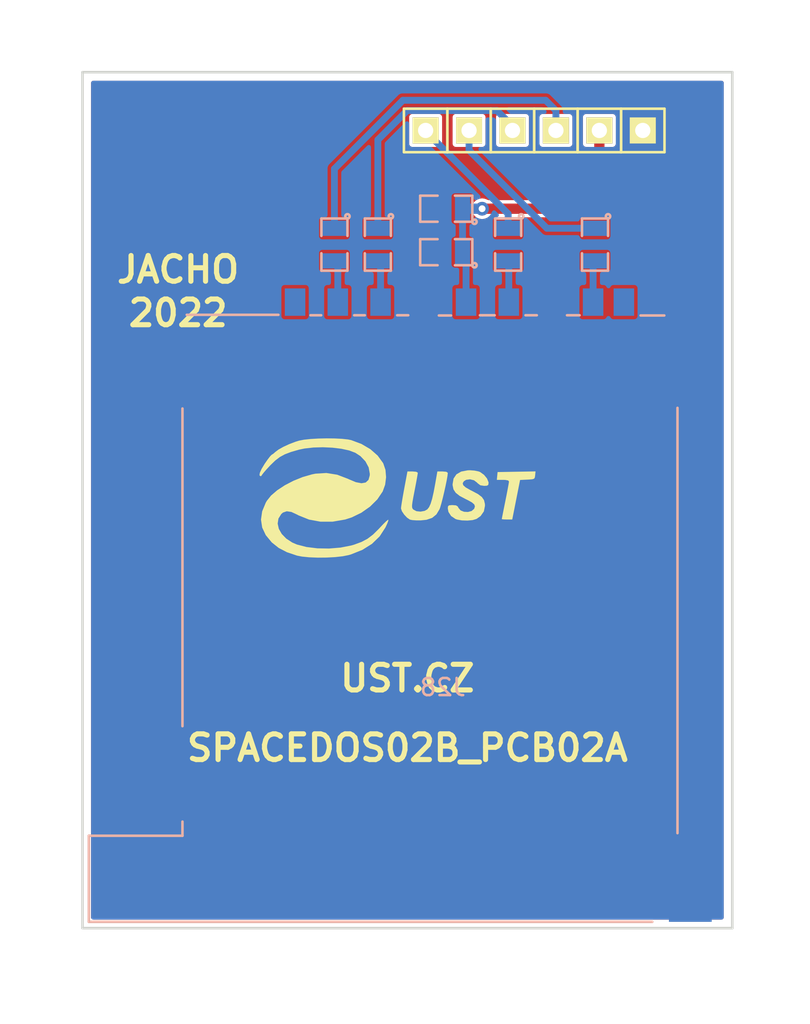
<source format=kicad_pcb>
(kicad_pcb (version 20210925) (generator pcbnew)
  (title_block (title "NAME") (date "%d. %m. %Y") (rev "REV") (company "Mlab www.mlab.cz") (comment 1 "VERSION") (comment 2 "Short description\\nTwo lines are maximum") (comment 3 "nickname <email@example.com>"))
  (layers (0 "F.Cu" signal) (31 "B.Cu" signal) (34 "B.Paste" user) (36 "B.SilkS" user "B.Silkscreen") (37 "F.SilkS" user "F.Silkscreen") (38 "B.Mask" user) (39 "F.Mask" user) (44 "Edge.Cuts" user))
  (net 0 "")
  (net 1 "GND")
  (net 2 "/cpu/SD_VDD3")
  (net 3 "Net-(J28-Pad1)")
  (net 4 "Net-(J28-Pad2)")
  (net 5 "Net-(J28-Pad5)")
  (net 6 "Net-(J28-Pad7)")
  (net 7 "Net-(J21-Pad1)")
  (net 8 "Net-(J23-Pad1)")
  (net 9 "Net-(J25-Pad1)")
  (net 10 "Net-(J26-Pad1)")
  (footprint "Mlab_Pin_Headers:Straight_1x01" (layer "F.Cu") (at 27.686 -196.596)
    (fp_text reference "J21" hide)
    (fp_text value "HEADER_1x01" hide)
    (fp_line (start 1.27 -1.27) (end 1.27 1.27) (layer "F.SilkS") (width 0.15))
    (fp_line (start 1.27 1.27) (end -1.27 1.27) (layer "F.SilkS") (width 0.15))
    (fp_line (start -1.27 -1.27) (end 1.27 -1.27) (layer "F.SilkS") (width 0.15))
    (fp_line (start -1.27 1.27) (end -1.27 -1.27) (layer "F.SilkS") (width 0.15))
    (pad "1" thru_hole rect locked (at 0 0) (size 1.524 1.524) (drill 0.889) (layers *.Cu *.Mask "F.SilkS") (net 7 "Net-(J21-Pad1)"))
  )
  (footprint "Mlab_Pin_Headers:Straight_1x01" (layer "F.Cu") (at 25.146 -196.596)
    (fp_text reference "J23" hide)
    (fp_text value "HEADER_1x01" hide)
    (fp_line (start 1.27 -1.27) (end 1.27 1.27) (layer "F.SilkS") (width 0.15))
    (fp_line (start 1.27 1.27) (end -1.27 1.27) (layer "F.SilkS") (width 0.15))
    (fp_line (start -1.27 1.27) (end -1.27 -1.27) (layer "F.SilkS") (width 0.15))
    (fp_line (start -1.27 -1.27) (end 1.27 -1.27) (layer "F.SilkS") (width 0.15))
    (pad "1" thru_hole rect locked (at 0 0) (size 1.524 1.524) (drill 0.889) (layers *.Cu *.Mask "F.SilkS") (net 8 "Net-(J23-Pad1)"))
  )
  (footprint "Mlab_Pin_Headers:Straight_1x01" (layer "F.Cu") (at 30.226 -196.596)
    (fp_text reference "J24" hide)
    (fp_text value "HEADER_1x01" hide)
    (fp_line (start 1.27 1.27) (end -1.27 1.27) (layer "F.SilkS") (width 0.15))
    (fp_line (start -1.27 1.27) (end -1.27 -1.27) (layer "F.SilkS") (width 0.15))
    (fp_line (start 1.27 -1.27) (end 1.27 1.27) (layer "F.SilkS") (width 0.15))
    (fp_line (start -1.27 -1.27) (end 1.27 -1.27) (layer "F.SilkS") (width 0.15))
    (pad "1" thru_hole rect locked (at 0 0) (size 1.524 1.524) (drill 0.889) (layers *.Cu *.Mask "F.SilkS") (net 2 "/cpu/SD_VDD3"))
  )
  (footprint "Mlab_Pin_Headers:Straight_1x01" (layer "F.Cu") (at 20.066 -196.596)
    (fp_text reference "J25" hide)
    (fp_text value "HEADER_1x01" hide)
    (fp_line (start 1.27 -1.27) (end 1.27 1.27) (layer "F.SilkS") (width 0.15))
    (fp_line (start -1.27 1.27) (end -1.27 -1.27) (layer "F.SilkS") (width 0.15))
    (fp_line (start 1.27 1.27) (end -1.27 1.27) (layer "F.SilkS") (width 0.15))
    (fp_line (start -1.27 -1.27) (end 1.27 -1.27) (layer "F.SilkS") (width 0.15))
    (pad "1" thru_hole rect locked (at 0 0) (size 1.524 1.524) (drill 0.889) (layers *.Cu *.Mask "F.SilkS") (net 9 "Net-(J25-Pad1)"))
  )
  (footprint "Mlab_Pin_Headers:Straight_1x01" (layer "F.Cu") (at 22.606 -196.596)
    (fp_text reference "J26" hide)
    (fp_text value "HEADER_1x01" hide)
    (fp_line (start -1.27 -1.27) (end 1.27 -1.27) (layer "F.SilkS") (width 0.15))
    (fp_line (start 1.27 -1.27) (end 1.27 1.27) (layer "F.SilkS") (width 0.15))
    (fp_line (start 1.27 1.27) (end -1.27 1.27) (layer "F.SilkS") (width 0.15))
    (fp_line (start -1.27 1.27) (end -1.27 -1.27) (layer "F.SilkS") (width 0.15))
    (pad "1" thru_hole rect locked (at 0 0) (size 1.524 1.524) (drill 0.889) (layers *.Cu *.Mask "F.SilkS") (net 10 "Net-(J26-Pad1)"))
  )
  (footprint "Mlab_Pin_Headers:Straight_1x01" (layer "F.Cu") (at 32.766 -196.596 90)
    (fp_text reference "J27" hide)
    (fp_text value "HEADER_1x01" hide)
    (fp_line (start -1.27 -1.27) (end 1.27 -1.27) (layer "F.SilkS") (width 0.15))
    (fp_line (start 1.27 1.27) (end -1.27 1.27) (layer "F.SilkS") (width 0.15))
    (fp_line (start 1.27 -1.27) (end 1.27 1.27) (layer "F.SilkS") (width 0.15))
    (fp_line (start -1.27 1.27) (end -1.27 -1.27) (layer "F.SilkS") (width 0.15))
    (pad "1" thru_hole rect locked (at 0 0 90) (size 1.524 1.524) (drill 0.889) (layers *.Cu *.Mask "F.SilkS") (net 1 "GND"))
  )
  (footprint "MLAB_LOGA:UST" (layer "F.Cu") (at 18.415 -175.133)
    (fp_text reference "G***" hide)
    (fp_text value "LOGO" hide)
    (fp_poly (pts (xy 8.0561 -1.317413) (xy 8.038441 -1.19093) (xy 7.993503 -1.12038) (xy 7.886911 -1.086698) (xy 7.684292 -1.070824) (xy 7.604388 -1.066912) (xy 7.174797 -1.046255) (xy 6.716785 1.262983) (xy 6.410603 1.262983) (xy 6.225555 1.258044) (xy 6.116646 1.245588) (xy 6.10442 1.238847) (xy 6.117613 1.165323) (xy 6.153968 0.978702) (xy 6.208653 0.703399) (xy 6.276837 0.36383) (xy 6.314917 0.175414) (xy 6.388587 -0.194312) (xy 6.451004 -0.518996) (xy 6.49723 -0.772036) (xy 6.522325 -0.926832) (xy 6.525415 -0.958185) (xy 6.473485 -1.019739) (xy 6.307335 -1.048825) (xy 6.17014 -1.052486) (xy 5.814866 -1.052486) (xy 5.85884 -1.508564) (xy 6.968531 -1.52791) (xy 8.078221 -1.547257)) (layer "F.SilkS") (width 0) (fill solid))
    (fp_poly (pts (xy -3.671127 -3.472105) (xy -3.241105 -3.450738) (xy -2.889106 -3.412797) (xy -2.701381 -3.374326) (xy -2.103112 -3.150879) (xy -1.58089 -2.84486) (xy -1.153752 -2.470113) (xy -0.840737 -2.040481) (xy -0.823624 -2.008771) (xy -0.696858 -1.636665) (xy -0.661401 -1.207662) (xy -0.716184 -0.770504) (xy -0.859416 -0.375318) (xy -1.172948 0.08768) (xy -1.597494 0.508234) (xy -2.105449 0.86575) (xy -2.669209 1.139633) (xy -3.057151 1.264247) (xy -3.789439 1.390263) (xy -4.497401 1.39116) (xy -5.165772 1.268507) (xy -5.779285 1.023871) (xy -5.867381 0.975763) (xy -6.201942 0.821743) (xy -6.470756 0.781989) (xy -6.688743 0.85594) (xy -6.788818 0.941091) (xy -6.95658 1.206866) (xy -7.001948 1.502104) (xy -6.934404 1.80829) (xy -6.763428 2.106909) (xy -6.498501 2.379445) (xy -6.149105 2.607384) (xy -5.875384 2.724912) (xy -5.316148 2.869321) (xy -4.676266 2.947241) (xy -3.99871 2.958605) (xy -3.326453 2.903345) (xy -2.702464 2.781394) (xy -2.525967 2.73017) (xy -2.101603 2.57435) (xy -1.750527 2.388951) (xy -1.428243 2.144663) (xy -1.090251 1.812181) (xy -1.025291 1.741779) (xy -0.826064 1.530816) (xy -0.662182 1.370973) (xy -0.555515 1.282833) (xy -0.527552 1.273368) (xy -0.537839 1.349691) (xy -0.600234 1.514184) (xy -0.699531 1.727723) (xy -1.036764 2.248129) (xy -1.485984 2.684535) (xy -2.046229 3.036216) (xy -2.716534 3.302446) (xy -2.841712 3.339253) (xy -3.194967 3.410462) (xy -3.643085 3.459697) (xy -4.146187 3.486515) (xy -4.664391 3.490473) (xy -5.157819 3.471126) (xy -5.586591 3.428032) (xy -5.86852 3.372913) (xy -6.459511 3.174893) (xy -6.941262 2.924435) (xy -7.339324 2.608148) (xy -7.352521 2.595262) (xy -7.699748 2.174693) (xy -7.908343 1.732567) (xy -7.978208 1.269723) (xy -7.909244 0.786997) (xy -7.701352 0.285228) (xy -7.637539 0.173332) (xy -7.389965 -0.136231) (xy -7.029583 -0.445019) (xy -6.583202 -0.738089) (xy -6.077628 -1.000499) (xy -5.539669 -1.217307) (xy -4.996132 -1.373572) (xy -4.78806 -1.414941) (xy -4.154496 -1.454071) (xy -3.521989 -1.353559) (xy -2.888632 -1.113088) (xy -2.841712 -1.08974) (xy -2.432257 -0.917813) (xy -2.101922 -0.854517) (xy -1.85395 -0.899016) (xy -1.691582 -1.050472) (xy -1.61806 -1.308048) (xy -1.613812 -1.4068) (xy -1.680893 -1.780399) (xy -1.870045 -2.133521) (xy -2.163126 -2.43984) (xy -2.458458 -2.63259) (xy -2.815105 -2.767999) (xy -3.273422 -2.868635) (xy -3.798644 -2.932556) (xy -4.356005 -2.957821) (xy -4.910739 -2.942487) (xy -5.428079 -2.884612) (xy -5.753591 -2.816641) (xy -6.217135 -2.683625) (xy -6.578862 -2.546847) (xy -6.876262 -2.385648) (xy -7.146829 -2.179367) (xy -7.428053 -1.907343) (xy -7.45511 -1.87899) (xy -7.657014 -1.660749) (xy -7.816054 -1.478126) (xy -7.911141 -1.355942) (xy -7.928729 -1.321617) (xy -7.982452 -1.26462) (xy -7.998895 -1.262984) (xy -8.066773 -1.314351) (xy -8.047252 -1.460733) (xy -7.944205 -1.690551) (xy -7.761503 -1.992225) (xy -7.748483 -2.011774) (xy -7.591224 -2.237098) (xy -7.456528 -2.412619) (xy -7.367669 -2.50853) (xy -7.3538 -2.517196) (xy -7.251384 -2.58349) (xy -7.145967 -2.677237) (xy -6.95458 -2.821842) (xy -6.666835 -2.982961) (xy -6.322175 -3.141733) (xy -5.960042 -3.279298) (xy -5.753591 -3.343035) (xy -5.464019 -3.399094) (xy -5.075616 -3.440394) (xy -4.623753 -3.466571) (xy -4.1438 -3.477262)) (layer "F.SilkS") (width 0) (fill solid))
    (fp_poly (pts (xy 1.094448 -1.525609) (xy 1.189027 -1.4757) (xy 1.192818 -1.459979) (xy 1.179859 -1.363787) (xy 1.144294 -1.157448) (xy 1.091089 -0.868415) (xy 1.025211 -0.524137) (xy 1.002398 -0.407464) (xy 0.927955 -0.022899) (xy 0.880231 0.248131) (xy 0.857705 0.429553) (xy 0.858857 0.545293) (xy 0.882166 0.619277) (xy 0.926113 0.675432) (xy 0.933143 0.682551) (xy 1.113734 0.77747) (xy 1.354602 0.802513) (xy 1.594828 0.75854) (xy 1.749239 0.671014) (xy 1.850526 0.543423) (xy 1.942618 0.344014) (xy 2.030845 0.055538) (xy 2.120536 -0.339256) (xy 2.211245 -0.824448) (xy 2.336908 -1.543647) (xy 2.641935 -1.543647) (xy 2.854822 -1.525767) (xy 2.943043 -1.469758) (xy 2.946962 -1.448047) (xy 2.929971 -1.289566) (xy 2.884307 -1.030483) (xy 2.817927 -0.705662) (xy 2.738791 -0.349968) (xy 2.654858 0.001735) (xy 2.574087 0.314584) (xy 2.504436 0.553715) (xy 2.465487 0.661021) (xy 2.281511 0.965367) (xy 2.033528 1.167538) (xy 1.700145 1.280273) (xy 1.368542 1.314265) (xy 1.098834 1.314258) (xy 0.868725 1.297595) (xy 0.731018 1.268767) (xy 0.563575 1.154693) (xy 0.395795 0.976908) (xy 0.265519 0.78294) (xy 0.210592 0.620317) (xy 0.210498 0.615046) (xy 0.22302 0.495845) (xy 0.257426 0.267887) (xy 0.308977 -0.039803) (xy 0.372932 -0.398198) (xy 0.398689 -0.537305) (xy 0.58688 -1.543647) (xy 0.889849 -1.543647)) (layer "F.SilkS") (width 0) (fill solid))
    (fp_poly (pts (xy 4.506066 -1.595024) (xy 4.741096 -1.547014) (xy 4.838726 -1.509966) (xy 5.067113 -1.345237) (xy 5.241747 -1.132836) (xy 5.328591 -0.917029) (xy 5.332597 -0.86761) (xy 5.313917 -0.75743) (xy 5.231209 -0.710638) (xy 5.072111 -0.701658) (xy 4.850918 -0.735267) (xy 4.688733 -0.857399) (xy 4.660565 -0.891105) (xy 4.47736 -1.028626) (xy 4.245339 -1.084932) (xy 4.019492 -1.054121) (xy 3.890619 -0.973728) (xy 3.819293 -0.85793) (xy 3.850195 -0.741356) (xy 3.993045 -0.612636) (xy 4.257562 -0.460401) (xy 4.382199 -0.398731) (xy 4.7186 -0.21918) (xy 4.939601 -0.050574) (xy 5.06574 0.130985) (xy 5.117555 0.349393) (xy 5.1221 0.462227) (xy 5.056679 0.789924) (xy 4.866842 1.06115) (xy 4.628229 1.229302) (xy 4.40129 1.297267) (xy 4.097393 1.326097) (xy 3.774384 1.315651) (xy 3.49011 1.265786) (xy 3.3945 1.232326) (xy 3.13971 1.059168) (xy 2.98432 0.819307) (xy 2.946962 0.615879) (xy 2.959531 0.491007) (xy 3.02382 0.435296) (xy 3.179702 0.421232) (xy 3.229361 0.420994) (xy 3.423536 0.436498) (xy 3.527796 0.498765) (xy 3.575982 0.589909) (xy 3.697062 0.73242) (xy 3.896239 0.810828) (xy 4.125768 0.823121) (xy 4.337898 0.767289) (xy 4.484881 0.641319) (xy 4.492207 0.628503) (xy 4.533926 0.497908) (xy 4.494454 0.382588) (xy 4.358143 0.265064) (xy 4.109345 0.127859) (xy 3.994806 0.072897) (xy 3.643027 -0.113965) (xy 3.410631 -0.296763) (xy 3.278966 -0.496738) (xy 3.229383 -0.735126) (xy 3.227625 -0.800756) (xy 3.284602 -1.130251) (xy 3.453266 -1.37673) (xy 3.730219 -1.537478) (xy 4.11206 -1.609776) (xy 4.245028 -1.613812)) (layer "F.SilkS") (width 0) (fill solid))
  )
  (footprint "Mlab_R:SMD-0805" (layer "B.Cu") (at 21.2725 -192.024 180)
    (fp_text reference "C33")
    (fp_text value "10uF")
    (fp_line (start 0.508 0.762) (end 1.524 0.762) (layer "B.SilkS") (width 0.15))
    (fp_line (start 1.524 0.762) (end 1.524 -0.762) (layer "B.SilkS") (width 0.15))
    (fp_line (start -1.524 -0.762) (end -1.524 0.762) (layer "B.SilkS") (width 0.15))
    (fp_line (start -0.508 -0.762) (end -1.524 -0.762) (layer "B.SilkS") (width 0.15))
    (fp_line (start -1.524 0.762) (end -0.508 0.762) (layer "B.SilkS") (width 0.15))
    (fp_line (start 1.524 -0.762) (end 0.508 -0.762) (layer "B.SilkS") (width 0.15))
    (fp_circle (center -1.651 -0.762) (end -1.651 -0.635) (layer "B.SilkS") (width 0.15) (fill none))
    (pad "1" smd rect locked (at -0.9525 0 180) (size 0.889 1.397) (layers "B.Cu" "B.Paste" "B.Mask") (net 2 "/cpu/SD_VDD3"))
    (pad "2" smd rect locked (at 0.9525 0 180) (size 0.889 1.397) (layers "B.Cu" "B.Paste" "B.Mask") (net 1 "GND"))
  )
  (footprint "Mlab_R:SMD-0805" (layer "B.Cu") (at 21.2725 -189.484 180)
    (fp_text reference "C37")
    (fp_text value "100nF")
    (fp_line (start 1.524 -0.762) (end 0.508 -0.762) (layer "B.SilkS") (width 0.15))
    (fp_line (start 1.524 0.762) (end 1.524 -0.762) (layer "B.SilkS") (width 0.15))
    (fp_line (start 0.508 0.762) (end 1.524 0.762) (layer "B.SilkS") (width 0.15))
    (fp_line (start -1.524 0.762) (end -0.508 0.762) (layer "B.SilkS") (width 0.15))
    (fp_line (start -0.508 -0.762) (end -1.524 -0.762) (layer "B.SilkS") (width 0.15))
    (fp_line (start -1.524 -0.762) (end -1.524 0.762) (layer "B.SilkS") (width 0.15))
    (fp_circle (center -1.651 -0.762) (end -1.651 -0.635) (layer "B.SilkS") (width 0.15) (fill none))
    (pad "1" smd rect locked (at -0.9525 0 180) (size 0.889 1.397) (layers "B.Cu" "B.Paste" "B.Mask") (net 2 "/cpu/SD_VDD3"))
    (pad "2" smd rect locked (at 0.9525 0 180) (size 0.889 1.397) (layers "B.Cu" "B.Paste" "B.Mask") (net 1 "GND"))
  )
  (footprint "Mlab_R:SMD-0805" (layer "B.Cu") (at 14.732 -189.9285 -90)
    (fp_text reference "R24")
    (fp_text value "100")
    (fp_line (start -0.508 -0.762) (end -1.524 -0.762) (layer "B.SilkS") (width 0.15))
    (fp_line (start 1.524 -0.762) (end 0.508 -0.762) (layer "B.SilkS") (width 0.15))
    (fp_line (start 1.524 0.762) (end 1.524 -0.762) (layer "B.SilkS") (width 0.15))
    (fp_line (start 0.508 0.762) (end 1.524 0.762) (layer "B.SilkS") (width 0.15))
    (fp_line (start -1.524 -0.762) (end -1.524 0.762) (layer "B.SilkS") (width 0.15))
    (fp_line (start -1.524 0.762) (end -0.508 0.762) (layer "B.SilkS") (width 0.15))
    (fp_circle (center -1.651 -0.762) (end -1.651 -0.635) (layer "B.SilkS") (width 0.15) (fill none))
    (pad "1" smd rect locked (at -0.9525 0 270) (size 0.889 1.397) (layers "B.Cu" "B.Paste" "B.Mask") (net 7 "Net-(J21-Pad1)"))
    (pad "2" smd rect locked (at 0.9525 0 270) (size 0.889 1.397) (layers "B.Cu" "B.Paste" "B.Mask") (net 3 "Net-(J28-Pad1)"))
  )
  (footprint "Mlab_R:SMD-0805" (layer "B.Cu") (at 17.272 -189.9285 -90)
    (fp_text reference "R25")
    (fp_text value "100")
    (fp_line (start -0.508 -0.762) (end -1.524 -0.762) (layer "B.SilkS") (width 0.15))
    (fp_line (start 1.524 0.762) (end 1.524 -0.762) (layer "B.SilkS") (width 0.15))
    (fp_line (start -1.524 -0.762) (end -1.524 0.762) (layer "B.SilkS") (width 0.15))
    (fp_line (start 1.524 -0.762) (end 0.508 -0.762) (layer "B.SilkS") (width 0.15))
    (fp_line (start -1.524 0.762) (end -0.508 0.762) (layer "B.SilkS") (width 0.15))
    (fp_line (start 0.508 0.762) (end 1.524 0.762) (layer "B.SilkS") (width 0.15))
    (fp_circle (center -1.651 -0.762) (end -1.651 -0.635) (layer "B.SilkS") (width 0.15) (fill none))
    (pad "1" smd rect locked (at -0.9525 0 270) (size 0.889 1.397) (layers "B.Cu" "B.Paste" "B.Mask") (net 8 "Net-(J23-Pad1)"))
    (pad "2" smd rect locked (at 0.9525 0 270) (size 0.889 1.397) (layers "B.Cu" "B.Paste" "B.Mask") (net 4 "Net-(J28-Pad2)"))
  )
  (footprint "Mlab_R:SMD-0805" (layer "B.Cu") (at 24.892 -189.9285 -90)
    (fp_text reference "R26")
    (fp_text value "100")
    (fp_line (start -1.524 -0.762) (end -1.524 0.762) (layer "B.SilkS") (width 0.15))
    (fp_line (start 1.524 0.762) (end 1.524 -0.762) (layer "B.SilkS") (width 0.15))
    (fp_line (start 0.508 0.762) (end 1.524 0.762) (layer "B.SilkS") (width 0.15))
    (fp_line (start -0.508 -0.762) (end -1.524 -0.762) (layer "B.SilkS") (width 0.15))
    (fp_line (start 1.524 -0.762) (end 0.508 -0.762) (layer "B.SilkS") (width 0.15))
    (fp_line (start -1.524 0.762) (end -0.508 0.762) (layer "B.SilkS") (width 0.15))
    (fp_circle (center -1.651 -0.762) (end -1.651 -0.635) (layer "B.SilkS") (width 0.15) (fill none))
    (pad "1" smd rect locked (at -0.9525 0 270) (size 0.889 1.397) (layers "B.Cu" "B.Paste" "B.Mask") (net 9 "Net-(J25-Pad1)"))
    (pad "2" smd rect locked (at 0.9525 0 270) (size 0.889 1.397) (layers "B.Cu" "B.Paste" "B.Mask") (net 5 "Net-(J28-Pad5)"))
  )
  (footprint "Mlab_R:SMD-0805" (layer "B.Cu") (at 29.972 -189.9285 -90)
    (fp_text reference "R27")
    (fp_text value "100")
    (fp_line (start -0.508 -0.762) (end -1.524 -0.762) (layer "B.SilkS") (width 0.15))
    (fp_line (start 1.524 0.762) (end 1.524 -0.762) (layer "B.SilkS") (width 0.15))
    (fp_line (start -1.524 -0.762) (end -1.524 0.762) (layer "B.SilkS") (width 0.15))
    (fp_line (start 0.508 0.762) (end 1.524 0.762) (layer "B.SilkS") (width 0.15))
    (fp_line (start -1.524 0.762) (end -0.508 0.762) (layer "B.SilkS") (width 0.15))
    (fp_line (start 1.524 -0.762) (end 0.508 -0.762) (layer "B.SilkS") (width 0.15))
    (fp_circle (center -1.651 -0.762) (end -1.651 -0.635) (layer "B.SilkS") (width 0.15) (fill none))
    (pad "1" smd rect locked (at -0.9525 0 270) (size 0.889 1.397) (layers "B.Cu" "B.Paste" "B.Mask") (net 10 "Net-(J26-Pad1)"))
    (pad "2" smd rect locked (at 0.9525 0 270) (size 0.889 1.397) (layers "B.Cu" "B.Paste" "B.Mask") (net 6 "Net-(J28-Pad7)"))
  )
  (footprint "Mlab_CON:FPS009-4200-0" (layer "B.Cu") (at 20.32 -150.368 -90)
    (fp_text reference "J28" (at -13.7016 -0.7493 180) (layer "B.SilkS") (effects (justify mirror)))
    (fp_text value "SD_Card-FPS009-4200-0")
    (fp_line (start -5.8547 14.475) (end -5.0292 14.475) (layer "B.SilkS") (width 0.15))
    (fp_line (start -5.0292 14.475) (end -5.0292 19.95) (layer "B.SilkS") (width 0.15))
    (fp_line (start -35.4203 -12.319) (end -35.4203 -13.7033) (layer "B.SilkS") (width 0.15))
    (fp_line (start -35.433 1.9177) (end -35.433 1.27) (layer "B.SilkS") (width 0.15))
    (fp_line (start 0 19.95) (end 0 -13) (layer "B.SilkS") (width 0.15))
    (fp_line (start -35.4203 -0.5207) (end -35.4203 -1.2319) (layer "B.SilkS") (width 0.15))
    (fp_line (start -35.433 4.4323) (end -35.433 3.81) (layer "B.SilkS") (width 0.15))
    (fp_line (start -35.433 -2.921) (end -35.433 -3.0734) (layer "B.SilkS") (width 0.15))
    (fp_line (start -29.9847 14.475) (end -11.43 14.475) (layer "B.SilkS") (width 0.15))
    (fp_line (start -35.433 -5.588) (end -35.433 -6.2484) (layer "B.SilkS") (width 0.15))
    (fp_line (start -35.433 -8.0137) (end -35.433 -8.7503) (layer "B.SilkS") (width 0.15))
    (fp_line (start -35.4584 8.8646) (end -35.4584 14.224) (layer "B.SilkS") (width 0.15))
    (fp_line (start -5.0292 19.95) (end 0 19.95) (layer "B.SilkS") (width 0.15))
    (fp_line (start -35.433 -3.0734) (end -35.433 -3.7846) (layer "B.SilkS") (width 0.15))
    (fp_line (start -35.433 6.985) (end -35.433 6.3627) (layer "B.SilkS") (width 0.15))
    (fp_line (start -30.0228 -14.475) (end -5.1816 -14.475) (layer "B.SilkS") (width 0.15))
    (pad "1" smd rect locked (at -36.2 5.39 90) (size 1.6 1.2) (layers "B.Cu" "B.Paste" "B.Mask") (net 3 "Net-(J28-Pad1)"))
    (pad "2" smd rect locked (at -36.2 2.89 90) (size 1.6 1.2) (layers "B.Cu" "B.Paste" "B.Mask") (net 4 "Net-(J28-Pad2)"))
    (pad "3" smd rect locked (at -36.2 0.39 90) (size 1.6 1.2) (layers "B.Cu" "B.Paste" "B.Mask") (net 1 "GND"))
    (pad "4" smd rect locked (at -36.2 -2.11 90) (size 1.6 1.2) (layers "B.Cu" "B.Paste" "B.Mask") (net 2 "/cpu/SD_VDD3"))
    (pad "5" smd rect locked (at -36.2 -4.61 90) (size 1.6 1.2) (layers "B.Cu" "B.Paste" "B.Mask") (net 5 "Net-(J28-Pad5)"))
    (pad "6" smd rect locked (at -36.2 -7.11 90) (size 1.6 1.2) (layers "B.Cu" "B.Paste" "B.Mask") (net 1 "GND"))
    (pad "7" smd rect locked (at -36.2 -9.54 90) (size 1.6 1.2) (layers "B.Cu" "B.Paste" "B.Mask") (net 6 "Net-(J28-Pad7)"))
    (pad "8" smd rect locked (at -36.2 -11.34 90) (size 1.6 1.2) (layers "B.Cu" "B.Paste" "B.Mask"))
    (pad "9" smd rect locked (at -36.2 7.89 180) (size 1.2 1.6) (layers "B.Cu" "B.Paste" "B.Mask"))
    (pad "12" smd rect locked (at -32.7 15.225 90) (size 5 2.5) (layers "B.Cu" "B.Paste" "B.Mask") (net 1 "GND"))
    (pad "12" smd rect locked (at -2.5 -15.225 90) (size 5 2.5) (layers "B.Cu" "B.Paste" "B.Mask") (net 1 "GND"))
    (pad "12" smd rect locked (at -8.5 15.225 90) (size 5 2.5) (layers "B.Cu" "B.Paste" "B.Mask") (net 1 "GND"))
    (pad "12" smd rect locked (at -32.7 -15.225 90) (size 5 2.5) (layers "B.Cu" "B.Paste" "B.Mask") (net 1 "GND"))
  )
  (gr_line (start 0 -200) (end 38 -200) (layer "Edge.Cuts") (width 0.15))
  (gr_line (start 38 -200) (end 38 -150) (layer "Edge.Cuts") (width 0.15))
  (gr_line (start 0 -150) (end 0 -200) (layer "Edge.Cuts") (width 0.15))
  (gr_line (start 0 -150) (end 38 -150) (layer "Edge.Cuts") (width 0.15))
  (gr_text "SPACEDOS02B_PCB02A" (at 19 -160.528) (layer "F.SilkS") (effects (font (size 1.5 1.5) (thickness 0.3))))
  (gr_text "UST.CZ" (at 19 -164.592) (layer "F.SilkS") (effects (font (size 1.5 1.5) (thickness 0.3))))
  (gr_text "JACHO" (at 5.588 -188.468) (layer "F.SilkS") (effects (font (size 1.5 1.5) (thickness 0.3))))
  (gr_text "2022" (at 5.588 -185.928) (layer "F.SilkS") (effects (font (size 1.5 1.5) (thickness 0.3))))
  (segment (start 23.933685 -192.024) (end 23.368 -192.024) (width 0.6) (layer "F.Cu") (net 2))
  (segment (start 30.226 -196.596) (end 30.226 -195.234) (width 0.6) (layer "F.Cu") (net 2))
  (segment (start 27.016 -192.024) (end 23.933685 -192.024) (width 0.6) (layer "F.Cu") (net 2))
  (segment (start 30.226 -195.234) (end 27.016 -192.024) (width 0.6) (layer "F.Cu") (net 2))
  (via (at 23.368 -192.024) (size 0.8) (drill 0.4) (layers "F.Cu" "B.Cu") (net 2))
  (segment (start 22.43 -189.279) (end 22.225 -189.484) (width 0.4) (layer "B.Cu") (net 2))
  (segment (start 22.225 -189.484) (end 22.225 -192.024) (width 0.4) (layer "B.Cu") (net 2))
  (segment (start 22.43 -186.568) (end 22.43 -189.279) (width 0.4) (layer "B.Cu") (net 2))
  (segment (start 22.225 -192.024) (end 23.368 -192.024) (width 0.6) (layer "B.Cu") (net 2))
  (segment (start 14.93 -186.568) (end 14.93 -188.778) (width 0.4) (layer "B.Cu") (net 3))
  (segment (start 14.93 -188.778) (end 14.732 -188.976) (width 0.4) (layer "B.Cu") (net 3))
  (segment (start 17.43 -188.818) (end 17.272 -188.976) (width 0.4) (layer "B.Cu") (net 4))
  (segment (start 17.43 -186.568) (end 17.43 -188.818) (width 0.4) (layer "B.Cu") (net 4))
  (segment (start 24.93 -186.568) (end 24.93 -188.938) (width 0.4) (layer "B.Cu") (net 5))
  (segment (start 24.93 -188.938) (end 24.892 -188.976) (width 0.4) (layer "B.Cu") (net 5))
  (segment (start 29.86 -188.864) (end 29.972 -188.976) (width 0.4) (layer "B.Cu") (net 6))
  (segment (start 29.86 -186.568) (end 29.86 -188.864) (width 0.4) (layer "B.Cu") (net 6))
  (segment (start 27.085989 -198.358011) (end 27.686 -197.758) (width 0.4) (layer "B.Cu") (net 7))
  (segment (start 14.732 -190.881) (end 14.732 -194.354544) (width 0.4) (layer "B.Cu") (net 7))
  (segment (start 18.735467 -198.358011) (end 27.085989 -198.358011) (width 0.4) (layer "B.Cu") (net 7))
  (segment (start 27.686 -197.758) (end 27.686 -196.596) (width 0.4) (layer "B.Cu") (net 7))
  (segment (start 14.732 -194.354544) (end 18.735467 -198.358011) (width 0.4) (layer "B.Cu") (net 7))
  (segment (start 17.272 -196.046002) (end 18.983999 -197.758001) (width 0.4) (layer "B.Cu") (net 8))
  (segment (start 18.983999 -197.758001) (end 24.237999 -197.758001) (width 0.4) (layer "B.Cu") (net 8))
  (segment (start 17.272 -190.881) (end 17.272 -196.046002) (width 0.4) (layer "B.Cu") (net 8))
  (segment (start 25.146 -196.85) (end 25.146 -196.596) (width 0.4) (layer "B.Cu") (net 8))
  (segment (start 24.237999 -197.758001) (end 25.146 -196.85) (width 0.4) (layer "B.Cu") (net 8))
  (segment (start 24.892 -190.881) (end 24.892 -191.7255) (width 0.4) (layer "B.Cu") (net 9))
  (segment (start 20.066 -196.5515) (end 20.066 -196.596) (width 0.4) (layer "B.Cu") (net 9))
  (segment (start 24.892 -191.7255) (end 20.066 -196.5515) (width 0.4) (layer "B.Cu") (net 9))
  (segment (start 29.972 -190.881) (end 27.159 -190.881) (width 0.4) (layer "B.Cu") (net 10))
  (segment (start 22.606 -195.434) (end 22.606 -196.596) (width 0.4) (layer "B.Cu") (net 10))
  (segment (start 27.159 -190.881) (end 22.606 -195.434) (width 0.4) (layer "B.Cu") (net 10))
  (zone (net 1) (net_name "GND") (layer "F.Cu") (connect_pads yes (clearance 0)) (min_thickness 0.254) (fill yes (thermal_gap 0.508) (thermal_bridge_width 0.508))
    (polygon (pts (xy -3.556 -203.708) (xy 40.132 -204.216) (xy 39.878 -147.828) (xy -2.413 -148.209)))
  )
  (zone (net 1) (net_name "GND") (layer "B.Cu") (connect_pads yes (clearance 0)) (min_thickness 0.254) (fill yes (thermal_gap 0.508) (thermal_bridge_width 0.508))
    (polygon (pts (xy -3.048 -202.184) (xy 39.624 -202.184) (xy 42.545 -144.399) (xy -4.826 -144.78)))
  )
)
</source>
